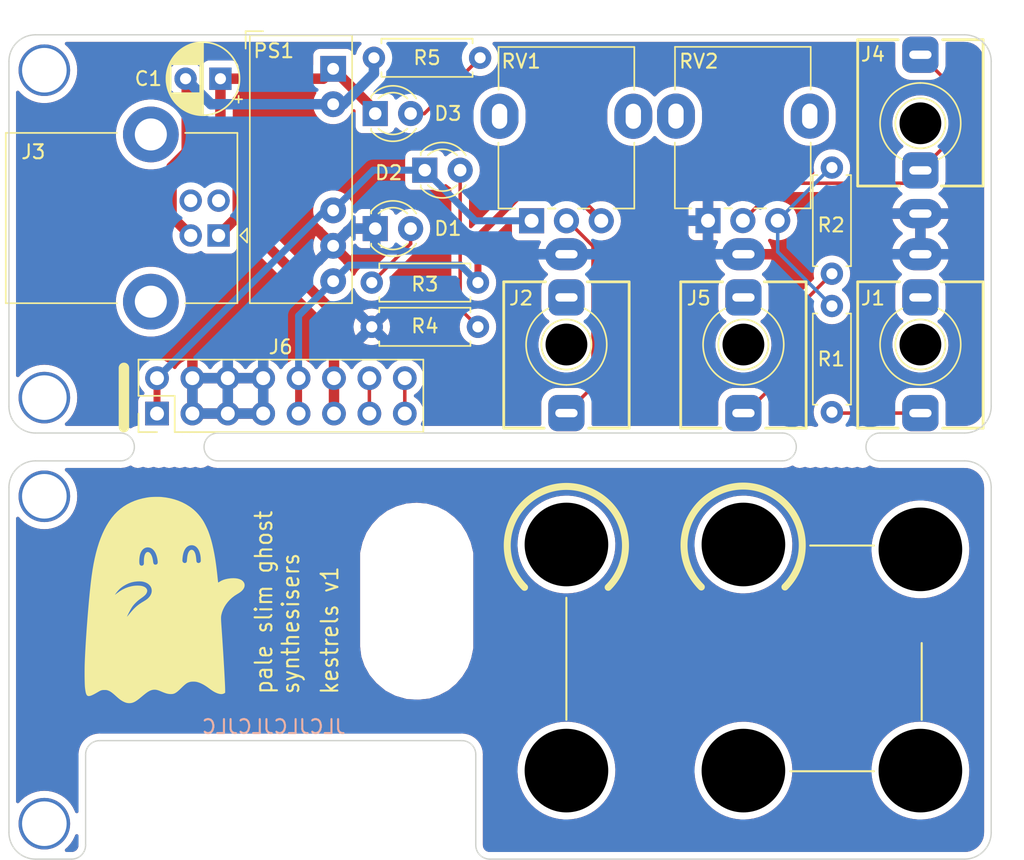
<source format=kicad_pcb>
(kicad_pcb (version 20211014) (generator pcbnew)
  (layers (0 "F.Cu" signal) (31 "B.Cu" signal) (34 "B.Paste" user) (35 "F.Paste" user) (36 "B.SilkS" user "B.Silkscreen") (37 "F.SilkS" user "F.Silkscreen") (38 "B.Mask" user) (39 "F.Mask" user) (44 "Edge.Cuts" user))
  (net 0 "")
  (net 1 "+5V")
  (net 2 "Earth")
  (net 4 "GND")
  (net 5 "Net-(J1-PadT)")
  (net 6 "Net-(J2-PadT)")
  (net 9 "Net-(J4-PadR)")
  (net 11 "-12V")
  (net 12 "+12V")
  (net 13 "CV")
  (net 14 "Gate")
  (net 15 "Net-(D1-Pad2)")
  (net 16 "Net-(D2-Pad2)")
  (net 17 "Net-(D3-Pad2)")
  (net 19 "Net-(J5-PadT)")
  (net 20 "Net-(R1-Pad2)")
  (footprint "Pale Slim Ghost:hole 6mm (jack panel)" (layer "F.Cu") (at 103.705 120.15)
    (fp_text reference "REF**" hide)
    (fp_text value "hole 6mm (jack panel)" hide)
    (pad "" np_thru_hole circle (at 0 0) (size 6 6) (drill 6) (layers *.Mask))
  )
  (footprint "Resistor_THT:R_Axial_DIN0207_L6.3mm_D2.5mm_P7.62mm_Horizontal" (layer "F.Cu") (at 110.055 84.495 90)
    (fp_text reference "R2" (at 3.495 -0.055 180) (layer "F.SilkS"))
    (fp_text value "100k")
    (pad "1" thru_hole circle locked (at 0 0 90) (size 1.6 1.6) (drill 0.8) (layers *.Cu *.Mask) (net 19 "Net-(J5-PadT)"))
    (pad "2" thru_hole oval locked (at 7.62 0 90) (size 1.6 1.6) (drill 0.8) (layers *.Cu *.Mask) (net 20 "Net-(R1-Pad2)"))
  )
  (footprint "Pale Slim Ghost:hole 6mm (jack panel)" (layer "F.Cu") (at 91.005 103.925)
    (fp_text reference "REF**" hide)
    (fp_text value "hole 6mm (jack panel)" hide)
    (pad "" np_thru_hole circle (at 0 0) (size 6 6) (drill 6) (layers *.Mask))
  )
  (footprint "AudioJacks:Jack_3.5mm_QingPu_WQP-PJ398SM_Vertical" (layer "F.Cu") (at 116.405 89.575 180)
    (fp_text reference "J1" (at 3.405 3.325) (layer "F.SilkS"))
    (fp_text value "AudioJack2_SwitchT")
    (pad "S" thru_hole oval (at 0 6.48 180) (size 3.1 2.3) (drill oval 1.6 0.6) (layers *.Cu *.Mask) (net 4 "GND"))
    (pad "T" thru_hole roundrect (at 0 -4.92 180) (size 2.6 2.6) (drill oval 1.6 0.6) (layers *.Cu *.Mask) (net 5 "Net-(J1-PadT)"))
    (pad "TN" thru_hole roundrect (at 0 3.38 180) (size 2.6 2.6) (drill oval 1.6 0.6) (layers *.Cu *.Mask))
  )
  (footprint "AudioJacks:Jack_3.5mm_QingPu_WQP-PJ398SM_Vertical" (layer "F.Cu") (at 103.705 89.575 180)
    (fp_text reference "J5" (at 3.205 3.325) (layer "F.SilkS"))
    (fp_text value "AudioJack2_SwitchT")
    (pad "S" thru_hole oval (at 0 6.48 180) (size 3.1 2.3) (drill oval 1.6 0.6) (layers *.Cu *.Mask) (net 4 "GND"))
    (pad "T" thru_hole roundrect (at 0 -4.92 180) (size 2.6 2.6) (drill oval 1.6 0.6) (layers *.Cu *.Mask) (net 19 "Net-(J5-PadT)"))
    (pad "TN" thru_hole roundrect (at 0 3.38 180) (size 2.6 2.6) (drill oval 1.6 0.6) (layers *.Cu *.Mask))
  )
  (footprint "LOGO" (layer "F.Cu") (at 53.5 109.5)
    (fp_text reference "G***" hide)
    (fp_text value "LOGO" hide)
  )
  (footprint "Potentiometer_THT:Potentiometer_Alpha_RD901F-40-00D_Single_Vertical" (layer "F.Cu") (at 88.505 80.695 90)
    (fp_text reference "RV1" (at 11.445 -0.755 180) (layer "F.SilkS"))
    (fp_text value "R_Potentiometer")
    (pad "" thru_hole oval locked (at 7.5 -2.3 180) (size 2.72 3.24) (drill oval 1.1 1.8) (layers *.Cu *.Mask))
    (pad "" thru_hole oval locked (at 7.5 7.3 180) (size 2.72 3.24) (drill oval 1.1 1.8) (layers *.Cu *.Mask))
    (pad "1" thru_hole rect locked (at 0 0 180) (size 1.8 1.8) (drill 1) (layers *.Cu *.Mask) (net 11 "-12V"))
    (pad "2" thru_hole circle locked (at 0 2.5 180) (size 1.8 1.8) (drill 1) (layers *.Cu *.Mask) (net 6 "Net-(J2-PadT)"))
    (pad "3" thru_hole circle locked (at 0 5 180) (size 1.8 1.8) (drill 1) (layers *.Cu *.Mask) (net 12 "+12V"))
  )
  (footprint "LED_THT:LED_D3.0mm" (layer "F.Cu") (at 80.84 77.064)
    (fp_text reference "D2" (at -2.59 0.186) (layer "F.SilkS"))
    (fp_text value "LED")
    (pad "1" thru_hole rect locked (at 0 0) (size 1.8 1.8) (drill 0.9) (layers *.Cu *.Mask) (net 11 "-12V"))
    (pad "2" thru_hole circle locked (at 2.54 0) (size 1.8 1.8) (drill 0.9) (layers *.Cu *.Mask) (net 16 "Net-(D2-Pad2)"))
  )
  (footprint "Resistor_THT:R_Axial_DIN0207_L6.3mm_D2.5mm_P7.62mm_Horizontal" (layer "F.Cu") (at 77.19 69)
    (fp_text reference "R5" (at 3.81 0) (layer "F.SilkS"))
    (fp_text value "R")
    (pad "1" thru_hole circle locked (at 0 0) (size 1.6 1.6) (drill 0.8) (layers *.Cu *.Mask) (net 2 "Earth"))
    (pad "2" thru_hole oval locked (at 7.62 0) (size 1.6 1.6) (drill 0.8) (layers *.Cu *.Mask) (net 17 "Net-(D3-Pad2)"))
  )
  (footprint "Pale Slim Ghost:hole 6mm (jack panel)" (layer "F.Cu") (at 103.705 103.925)
    (fp_text reference "REF**" hide)
    (fp_text value "hole 6mm (jack panel)" hide)
    (pad "" np_thru_hole circle (at 0 0) (size 6 6) (drill 6) (layers *.Mask))
  )
  (footprint "Pale Slim Ghost:hole 6mm (jack panel)" (layer "F.Cu") (at 91.005 120.15)
    (fp_text reference "REF**" hide)
    (fp_text value "hole 6mm (jack panel)" hide)
    (pad "" np_thru_hole circle (at 0 0) (size 6 6) (drill 6) (layers *.Mask))
  )
  (footprint "Connector_PinHeader_2.54mm:PinHeader_2x08_P2.54mm_Vertical" (layer "F.Cu") (at 61.625 94.528 90)
    (fp_text reference "J6" (at 4.778 8.875 180) (layer "F.SilkS"))
    (fp_text value "Conn_02x08_Odd_Even")
    (pad "1" thru_hole rect locked (at 0 0 90) (size 1.7 1.7) (drill 1) (layers *.Cu *.Mask) (net 11 "-12V"))
    (pad "2" thru_hole oval locked (at 2.54 0 90) (size 1.7 1.7) (drill 1) (layers *.Cu *.Mask) (net 11 "-12V"))
    (pad "3" thru_hole oval locked (at 0 2.54 90) (size 1.7 1.7) (drill 1) (layers *.Cu *.Mask) (net 4 "GND"))
    (pad "4" thru_hole oval locked (at 2.54 2.54 90) (size 1.7 1.7) (drill 1) (layers *.Cu *.Mask) (net 4 "GND"))
    (pad "5" thru_hole oval locked (at 0 5.08 90) (size 1.7 1.7) (drill 1) (layers *.Cu *.Mask) (net 4 "GND"))
    (pad "6" thru_hole oval locked (at 2.54 5.08 90) (size 1.7 1.7) (drill 1) (layers *.Cu *.Mask) (net 4 "GND"))
    (pad "7" thru_hole oval locked (at 0 7.62 90) (size 1.7 1.7) (drill 1) (layers *.Cu *.Mask) (net 4 "GND"))
    (pad "8" thru_hole oval locked (at 2.54 7.62 90) (size 1.7 1.7) (drill 1) (layers *.Cu *.Mask) (net 4 "GND"))
    (pad "9" thru_hole oval locked (at 0 10.16 90) (size 1.7 1.7) (drill 1) (layers *.Cu *.Mask) (net 12 "+12V"))
    (pad "10" thru_hole oval locked (at 2.54 10.16 90) (size 1.7 1.7) (drill 1) (layers *.Cu *.Mask) (net 12 "+12V"))
    (pad "11" thru_hole oval locked (at 0 12.7 90) (size 1.7 1.7) (drill 1) (layers *.Cu *.Mask) (net 1 "+5V"))
    (pad "12" thru_hole oval locked (at 2.54 12.7 90) (size 1.7 1.7) (drill 1) (layers *.Cu *.Mask) (net 1 "+5V"))
    (pad "13" thru_hole oval locked (at 0 15.24 90) (size 1.7 1.7) (drill 1) (layers *.Cu *.Mask) (net 13 "CV"))
    (pad "14" thru_hole oval locked (at 2.54 15.24 90) (size 1.7 1.7) (drill 1) (layers *.Cu *.Mask) (net 13 "CV"))
    (pad "15" thru_hole oval locked (at 0 17.78 90) (size 1.7 1.7) (drill 1) (layers *.Cu *.Mask) (net 14 "Gate"))
    (pad "16" thru_hole oval locked (at 2.54 17.78 90) (size 1.7 1.7) (drill 1) (layers *.Cu *.Mask) (net 14 "Gate"))
  )
  (footprint "Pale Slim Ghost:hole 6mm (jack panel)" (layer "F.Cu") (at 116.405 120.15 180)
    (fp_text reference "REF**" hide)
    (fp_text value "hole 6mm (jack panel)" hide)
    (pad "" np_thru_hole circle (at 0 0 180) (size 6 6) (drill 6) (layers *.Mask))
  )
  (footprint "LED_THT:LED_D3.0mm" (layer "F.Cu") (at 77.284 81.255)
    (fp_text reference "D1" (at 5.216 -0.005) (layer "F.SilkS"))
    (fp_text value "LED")
    (pad "1" thru_hole rect locked (at 0 0) (size 1.8 1.8) (drill 0.9) (layers *.Cu *.Mask) (net 4 "GND"))
    (pad "2" thru_hole circle locked (at 2.54 0) (size 1.8 1.8) (drill 0.9) (layers *.Cu *.Mask) (net 15 "Net-(D1-Pad2)"))
  )
  (footprint "Pale Slim Ghost:hole 3mm (below jack)" (layer "F.Cu") (at 116.405 89.575 180)
    (fp_text reference "REF**" hide)
    (fp_text value "hole 3mm (below jack)" hide)
    (pad "" np_thru_hole circle (at 0 0 180) (size 3 3) (drill 3) (layers *.Mask))
  )
  (footprint "LED_THT:LED_D3.0mm" (layer "F.Cu") (at 77.284 73)
    (fp_text reference "D3" (at 5.216 0) (layer "F.SilkS"))
    (fp_text value "LED")
    (pad "1" thru_hole rect locked (at 0 0) (size 1.8 1.8) (drill 0.9) (layers *.Cu *.Mask) (net 1 "+5V"))
    (pad "2" thru_hole circle locked (at 2.54 0) (size 1.8 1.8) (drill 0.9) (layers *.Cu *.Mask) (net 17 "Net-(D3-Pad2)"))
  )
  (footprint "Pale Slim Ghost:hole 3mm (below jack)" (layer "F.Cu") (at 116.405 73.7 180)
    (fp_text reference "REF**" hide)
    (fp_text value "hole 3mm (below jack)" hide)
    (pad "" np_thru_hole circle (at 0 0 180) (size 3 3) (drill 3) (layers *.Mask))
  )
  (footprint "Resistor_THT:R_Axial_DIN0207_L6.3mm_D2.5mm_P7.62mm_Horizontal" (layer "F.Cu") (at 84.655 85.13 180)
    (fp_text reference "R3" (at 3.81 -0.12) (layer "F.SilkS"))
    (fp_text value "R")
    (pad "1" thru_hole circle locked (at 0 0 180) (size 1.6 1.6) (drill 0.8) (layers *.Cu *.Mask) (net 12 "+12V"))
    (pad "2" thru_hole oval locked (at 7.62 0 180) (size 1.6 1.6) (drill 0.8) (layers *.Cu *.Mask) (net 15 "Net-(D1-Pad2)"))
  )
  (footprint "AudioJacks:Jack_3.5mm_QingPu_WQP-PJ366ST_Vertical" (layer "F.Cu") (at 116.405 73.7)
    (fp_text reference "J4" (at -3.405 -4.95) (layer "F.SilkS"))
    (fp_text value "AudioJack3")
    (pad "R" thru_hole roundrect (at 0 3.38) (size 2.6 2.6) (drill oval 1.6 0.6) (layers *.Cu *.Mask) (net 9 "Net-(J4-PadR)"))
    (pad "S" thru_hole oval (at 0 6.48) (size 3.1 2.1) (drill oval 1.6 0.6) (layers *.Cu *.Mask) (net 4 "GND"))
    (pad "T" thru_hole roundrect (at 0 -4.92) (size 2.6 2.6) (drill oval 1.6 0.6) (layers *.Cu *.Mask) (net 9 "Net-(J4-PadR)"))
  )
  (footprint "Pale Slim Ghost:hole 6mm (jack panel)" (layer "F.Cu") (at 116.405 104.275 180)
    (fp_text reference "REF**" hide)
    (fp_text value "hole 6mm (jack panel)" hide)
    (pad "" np_thru_hole circle (at 0 0 180) (size 6 6) (drill 6) (layers *.Mask))
  )
  (footprint "Resistor_THT:R_Axial_DIN0207_L6.3mm_D2.5mm_P7.62mm_Horizontal" (layer "F.Cu") (at 77.035 88.305)
    (fp_text reference "R4" (at 3.81 -0.055) (layer "F.SilkS"))
    (fp_text value "R")
    (pad "1" thru_hole circle locked (at 0 0) (size 1.6 1.6) (drill 0.8) (layers *.Cu *.Mask) (net 4 "GND"))
    (pad "2" thru_hole oval locked (at 7.62 0) (size 1.6 1.6) (drill 0.8) (layers *.Cu *.Mask) (net 16 "Net-(D2-Pad2)"))
  )
  (footprint "Pale Slim Ghost:hole 3mm (below jack)" (layer "F.Cu") (at 53.54 69.89)
    (fp_text reference "REF**" hide)
    (fp_text value "hole 3mm (below jack)" hide)
    (pad "" np_thru_hole circle (at 0 0) (size 3.7 3.7) (drill 3.2) (layers F&B.Cu *.Mask))
  )
  (footprint "Pale Slim Ghost:hole 3mm (below jack)" (layer "F.Cu") (at 53.54 100.465)
    (fp_text reference "REF**" hide)
    (fp_text value "hole 3mm (below jack)" hide)
    (pad "" np_thru_hole circle (at 0 0) (size 3.7 3.7) (drill 3.2) (layers F&B.Cu *.Mask))
  )
  (footprint "Pale Slim Ghost:hole 3mm (below jack)" (layer "F.Cu") (at 91.005 89.575)
    (fp_text reference "REF**" hide)
    (fp_text value "hole 3mm (below jack)" hide)
    (pad "" np_thru_hole circle (at 0 0) (size 3 3) (drill 3) (layers *.Mask))
  )
  (footprint "Pale Slim Ghost:hole 3mm (below jack)" (layer "F.Cu") (at 53.54 123.96)
    (fp_text reference "REF**" hide)
    (fp_text value "hole 3mm (below jack)" hide)
    (pad "" np_thru_hole circle (at 0 0) (size 3.7 3.7) (drill 3.2) (layers F&B.Cu *.Mask))
  )
  (footprint "Resistor_THT:R_Axial_DIN0207_L6.3mm_D2.5mm_P7.62mm_Horizontal" (layer "F.Cu") (at 110.055 94.43 90)
    (fp_text reference "R1" (at 3.81 -0.055 180) (layer "F.SilkS"))
    (fp_text value "100k")
    (pad "1" thru_hole circle locked (at 0 0 90) (size 1.6 1.6) (drill 0.8) (layers *.Cu *.Mask) (net 5 "Net-(J1-PadT)"))
    (pad "2" thru_hole oval locked (at 7.62 0 90) (size 1.6 1.6) (drill 0.8) (layers *.Cu *.Mask) (net 20 "Net-(R1-Pad2)"))
  )
  (footprint "LOGO" (layer "F.Cu") (at 62.25 108)
    (fp_text reference "G***" hide)
    (fp_text value "LOGO" hide)
  )
  (footprint "AudioJacks:Jack_3.5mm_QingPu_WQP-PJ398SM_Vertical" (layer "F.Cu") (at 91.005 89.575 180)
    (fp_text reference "J2" (at 3.255 3.325) (layer "F.SilkS"))
    (fp_text value "AudioJack2_SwitchT")
    (pad "S" thru_hole oval (at 0 6.48 180) (size 3.1 2.3) (drill oval 1.6 0.6) (layers *.Cu *.Mask) (net 4 "GND"))
    (pad "T" thru_hole roundrect (at 0 -4.92 180) (size 2.6 2.6) (drill oval 1.6 0.6) (layers *.Cu *.Mask) (net 6 "Net-(J2-PadT)"))
    (pad "TN" thru_hole roundrect (at 0 3.38 180) (size 2.6 2.6) (drill oval 1.6 0.6) (layers *.Cu *.Mask))
  )
  (footprint "Pale Slim Ghost:mousebite-2x5mm" (layer "F.Cu") (at 62.5 96.925)
    (fp_text reference "mouse-bite-2mm-slot" hide)
    (fp_text value "VAL**" hide)
    (fp_arc (start -3.5 -1) (mid -2.5 0) (end -3.5 1) (layer "Edge.Cuts") (width 0.1))
    (fp_arc (start 3.5 1) (mid 2.5 0) (end 3.5 -1) (layer "Edge.Cuts") (width 0.1))
    (pad "" np_thru_hole circle locked (at 0 0.75) (size 0.5 0.5) (drill 0.5) (layers *.Cu *.Mask))
    (pad "" np_thru_hole circle locked (at -1.5 0.75) (size 0.5 0.5) (drill 0.5) (layers *.Cu *.Mask))
    (pad "" np_thru_hole circle locked (at 2.25 0.75) (size 0.5 0.5) (drill 0.5) (layers *.Cu *.Mask))
    (pad "" np_thru_hole circle locked (at 1.5 0.75) (size 0.5 0.5) (drill 0.5) (layers *.Cu *.Mask))
    (pad "" np_thru_hole circle locked (at 2.25 -0.75) (size 0.5 0.5) (drill 0.5) (layers *.Cu *.Mask))
    (pad "" np_thru_hole circle locked (at -2.25 0.75) (size 0.5 0.5) (drill 0.5) (layers *.Cu *.Mask))
    (pad "" np_thru_hole circle locked (at 1.5 -0.75) (size 0.5 0.5) (drill 0.5) (layers *.Cu *.Mask))
    (pad "" np_thru_hole circle locked (at -0.75 0.75) (size 0.5 0.5) (drill 0.5) (layers *.Cu *.Mask))
    (pad "" np_thru_hole circle locked (at 0 -0.75) (size 0.5 0.5) (drill 0.5) (layers *.Cu *.Mask))
    (pad "" np_thru_hole circle locked (at -1.5 -0.75) (size 0.5 0.5) (drill 0.5) (layers *.Cu *.Mask))
    (pad "" np_thru_hole circle locked (at -2.25 -0.75) (size 0.5 0.5) (drill 0.5) (layers *.Cu *.Mask))
    (pad "" np_thru_hole circle locked (at 0.75 -0.75) (size 0.5 0.5) (drill 0.5) (layers *.Cu *.Mask))
    (pad "" np_thru_hole circle locked (at -0.75 -0.75) (size 0.5 0.5) (drill 0.5) (layers *.Cu *.Mask))
    (pad "" np_thru_hole circle locked (at 0.75 0.75) (size 0.5 0.5) (drill 0.5) (layers *.Cu *.Mask))
  )
  (footprint "Potentiometer_THT:Potentiometer_Alpha_RD901F-40-00D_Single_Vertical" (layer "F.Cu") (at 101.165 80.685 90)
    (fp_text reference "RV2" (at 11.435 -0.665 180) (layer "F.SilkS"))
    (fp_text value "R_Potentiometer")
    (pad "" thru_hole oval locked (at 7.5 7.3 180) (size 2.72 3.24) (drill oval 1.1 1.8) (layers *.Cu *.Mask))
    (pad "" thru_hole oval locked (at 7.5 -2.3 180) (size 2.72 3.24) (drill oval 1.1 1.8) (layers *.Cu *.Mask))
    (pad "1" thru_hole rect locked (at 0 0 180) (size 1.8 1.8) (drill 1) (layers *.Cu *.Mask) (net 4 "GND"))
    (pad "2" thru_hole circle locked (at 0 2.5 180) (size 1.8 1.8) (drill 1) (layers *.Cu *.Mask) (net 9 "Net-(J4-PadR)"))
    (pad "3" thru_hole circle locked (at 0 5 180) (size 1.8 1.8) (drill 1) (layers *.Cu *.Mask) (net 20 "Net-(R1-Pad2)"))
  )
  (footprint "Pale Slim Ghost:hole 3mm (below jack)" (layer "F.Cu") (at 103.705 89.575)
    (fp_text reference "REF**" hide)
    (fp_text value "hole 3mm (below jack)" hide)
    (pad "" np_thru_hole circle (at 0 0) (size 3 3) (drill 3) (layers *.Mask))
  )
  (footprint "Capacitor_THT:CP_Radial_D5.0mm_P2.50mm" (layer "F.Cu") (at 66.175113 70.5 180)
    (fp_text reference "C1" (at 5.175113 0) (layer "F.SilkS"))
    (fp_text value "47μ")
    (pad "1" thru_hole rect locked (at 0 0 180) (size 1.6 1.6) (drill 0.8) (layers *.Cu *.Mask) (net 1 "+5V"))
    (pad "2" thru_hole circle locked (at 2.5 0 180) (size 1.6 1.6) (drill 0.8) (layers *.Cu *.Mask) (net 2 "Earth"))
  )
  (footprint "Pale Slim Ghost:hole 3mm (below jack)" (layer "F.Cu") (at 53.54 93.385)
    (fp_text reference "REF**" hide)
    (fp_text value "hole 3mm (below jack)" hide)
    (pad "" np_thru_hole circle (at 0 0) (size 3.7 3.7) (drill 3.2) (layers F&B.Cu *.Mask))
  )
  (footprint "Pale Slim Ghost:mousebite-2x5mm" (layer "F.Cu") (at 110 96.925)
    (fp_text reference "mouse-bite-2mm-slot" hide)
    (fp_text value "VAL**" hide)
    (fp_arc (start -3.5 -1) (mid -2.5 0) (end -3.5 1) (layer "Edge.Cuts") (width 0.1))
    (fp_arc (start 3.5 1) (mid 2.5 0) (end 3.5 -1) (layer "Edge.Cuts") (width 0.1))
    (pad "" np_thru_hole circle locked (at -0.75 -0.75) (size 0.5 0.5) (drill 0.5) (layers *.Cu *.Mask))
    (pad "" np_thru_hole circle locked (at 1.5 0.75) (size 0.5 0.5) (drill 0.5) (layers *.Cu *.Mask))
    (pad "" np_thru_hole circle locked (at 2.25 -0.75) (size 0.5 0.5) (drill 0.5) (layers *.Cu *.Mask))
    (pad "" np_thru_hole circle locked (at 1.5 -0.75) (size 0.5 0.5) (drill 0.5) (layers *.Cu *.Mask))
    (pad "" np_thru_hole circle locked (at 2.25 0.75) (size 0.5 0.5) (drill 0.5) (layers *.Cu *.Mask))
    (pad "" np_thru_hole circle locked (at 0.75 -0.75) (size 0.5 0.5) (drill 0.5) (layers *.Cu *.Mask))
    (pad "" np_thru_hole circle locked (at -1.5 0.75) (size 0.5 0.5) (drill 0.5) (layers *.Cu *.Mask))
    (pad "" np_thru_hole circle locked (at -0.75 0.75) (size 0.5 0.5) (drill 0.5) (layers *.Cu *.Mask))
    (pad "" np_thru_hole circle locked (at -2.25 0.75) (size 0.5 0.5) (drill 0.5) (layers *.Cu *.Mask))
    (pad "" np_thru_hole circle locked (at -2.25 -0.75) (size 0.5 0.5) (drill 0.5) (layers *.Cu *.Mask))
    (pad "" np_thru_hole circle locked (at 0 -0.75) (size 0.5 0.5) (drill 0.5) (layers *.Cu *.Mask))
    (pad "" np_thru_hole circle locked (at 0 0.75) (size 0.5 0.5) (drill 0.5) (layers *.Cu *.Mask))
    (pad "" np_thru_hole circle locked (at -1.5 -0.75) (size 0.5 0.5) (drill 0.5) (layers *.Cu *.Mask))
    (pad "" np_thru_hole circle locked (at 0.75 0.75) (size 0.5 0.5) (drill 0.5) (layers *.Cu *.Mask))
  )
  (footprint "Connector_USB:USB_B_Lumberg_2411_02_Horizontal" (layer "F.Cu") (at 66.0425 81.75 180)
    (fp_text reference "J3" (at 13.2925 6) (layer "F.SilkS"))
    (fp_text value "USB_B")
    (pad "1" thru_hole rect locked (at 0 0 270) (size 1.6 1.6) (drill 0.95) (layers *.Cu *.Mask) (net 1 "+5V"))
    (pad "2" thru_hole circle locked (at 0 2.5 270) (size 1.6 1.6) (drill 0.95) (layers *.Cu *.Mask))
    (pad "3" thru_hole circle locked (at 2 2.5 270) (size 1.6 1.6) (drill 0.95) (layers *.Cu *.Mask))
    (pad "4" thru_hole circle locked (at 2 0 270) (size 1.6 1.6) (drill 0.95) (layers *.Cu *.Mask) (net 2 "Earth"))
    (pad "5" thru_hole circle locked (at 4.86 -4.75 270) (size 4 4) (drill 2.3) (layers *.Cu *.Mask))
    (pad "5" thru_hole circle locked (at 4.86 7.25 270) (size 4 4) (drill 2.3) (layers *.Cu *.Mask))
  )
  (footprint "Converter_DCDC:Converter_DCDC_XP_POWER-IHxxxxSH_THT" (layer "F.Cu") (at 74.265 69.79)
    (fp_text reference "PS1" (at -4.265 -1.29) (layer "F.SilkS"))
    (fp_text value "IH0512SH")
    (pad "1" thru_hole rect (at 0 0) (size 1.85 1.85) (drill 0.85) (layers *.Cu *.Mask) (net 1 "+5V"))
    (pad "2" thru_hole circle (at 0 2.54) (size 1.85 1.85) (drill 0.85) (layers *.Cu *.Mask) (net 2 "Earth"))
    (pad "4" thru_hole circle (at 0 10.16) (size 1.85 1.85) (drill 0.85) (layers *.Cu *.Mask) (net 11 "-12V"))
    (pad "5" thru_hole circle (at 0 12.7) (size 1.85 1.85) (drill 0.85) (layers *.Cu *.Mask) (net 4 "GND"))
    (pad "6" thru_hole circle (at 0 15.24) (size 1.85 1.85) (drill 0.85) (layers *.Cu *.Mask) (net 12 "+12V"))
  )
  (gr_line (start 108.5 104) (end 113.075245 104) (layer "F.SilkS") (width 0.15))
  (gr_line (start 91 107.75) (end 91 116.5) (layer "F.SilkS") (width 0.15))
  (gr_arc (start 100.685293 106.97556) (mid 103.685293 99.732919) (end 106.685293 106.97556) (layer "F.SilkS") (width 0.5))
  (gr_line (start 116.5 116.5) (end 116.5 111) (layer "F.SilkS") (width 0.15))
  (gr_line (start 59.25 91.25) (end 59.25 95.5) (layer "F.SilkS") (width 0.75))
  (gr_arc (start 88 107) (mid 91 99.757359) (end 94 107) (layer "F.SilkS") (width 0.5))
  (gr_line (start 107.075245 120.19522) (end 113.075245 120.19522) (layer "F.SilkS") (width 0.15))
  (gr_arc (start 56.5 125.5) (mid 56.207107 126.207107) (end 55.5 126.5) (layer "Edge.Cuts") (width 0.1))
  (gr_line (start 84.5 125.5) (end 84.5 119) (layer "Edge.Cuts") (width 0.1))
  (gr_arc (start 121.485 124.595) (mid 120.927038 125.942038) (end 119.58 126.5) (layer "Edge.Cuts") (width 0.1))
  (gr_line (start 119.58 126.5) (end 85.5 126.5) (layer "Edge.Cuts") (width 0.1))
  (gr_line (start 106.5 95.925) (end 66 95.925) (layer "Edge.Cuts") (width 0.1))
  (gr_arc (start 119.58 67.35) (mid 120.927038 67.907962) (end 121.485 69.255) (layer "Edge.Cuts") (width 0.1))
  (gr_arc (start 121.485 94.02) (mid 120.927038 95.367038) (end 119.58 95.925) (layer "Edge.Cuts") (width 0.1))
  (gr_line (start 113.5 95.925) (end 119.58 95.925) (layer "Edge.Cuts") (width 0.1))
  (gr_line (start 59 95.925) (end 52.905 95.925) (layer "Edge.Cuts") (width 0.1))
  (gr_line (start 56.5 125.5) (end 56.5 119) (layer "Edge.Cuts") (width 0.1))
  (gr_arc (start 83.5 118) (mid 84.207107 118.292893) (end 84.5 119) (layer "Edge.Cuts") (width 0.1))
  (gr_line (start 51 94.02) (end 51 69.255) (layer "Edge.Cuts") (width 0.1))
  (gr_arc (start 51 99.83) (mid 51.557962 98.482962) (end 52.905 97.925) (layer "Edge.Cuts") (width 0.1))
  (gr_line (start 113.5 97.925) (end 119.58 97.925) (layer "Edge.Cuts") (width 0.1))
  (gr_arc (start 56.5 119) (mid 56.792893 118.292893) (end 57.5 118) (layer "Edge.Cuts") (width 0.1))
  (gr_line (start 66 97.925) (end 106.5 97.925) (layer "Edge.Cuts") (width 0.1))
  (gr_arc (start 51 69.255) (mid 51.557962 67.907962) (end 52.905 67.35) (layer "Edge.Cuts") (width 0.1))
  (gr_arc (start 52.905 95.925) (mid 51.557962 95.367038) (end 51 94.02) (layer "Edge.Cuts") (width 0.1))
  (gr_line (start 52.905 97.925) (end 59 97.925) (layer "Edge.Cuts") (width 0.1))
  (gr_line (start 52.905 67.35) (end 119.58 67.35) (layer "Edge.Cuts") (width 0.1))
  (gr_line (start 52.905 126.5) (end 55.5 126.5) (layer "Edge.Cuts") (width 0.1))
  (gr_line (start 51 124.595) (end 51 99.83) (layer "Edge.Cuts") (width 0.1))
  (gr_arc (start 52.905 126.5) (mid 51.557962 125.942038) (end 51 124.595) (layer "Edge.Cuts") (width 0.1))
  (gr_line (start 121.485 69.255) (end 121.485 94.02) (layer "Edge.Cuts") (width 0.1))
  (gr_arc (start 119.58 97.925) (mid 120.927038 98.482962) (end 121.485 99.83) (layer "Edge.Cuts") (width 0.1))
  (gr_line (start 57.5 118) (end 83.5 118) (layer "Edge.Cuts") (width 0.1))
  (gr_line (start 121.485 99.83) (end 121.485 124.595) (layer "Edge.Cuts") (width 0.1))
  (gr_arc (start 85.5 126.5) (mid 84.792893 126.207107) (end 84.5 125.5) (layer "Edge.Cuts") (width 0.1))
  (gr_text "JLCJLCJLCJLC" (at 70 117) (layer "B.SilkS") (effects (font (size 1 1)) (justify mirror)))
  (gr_text "pale slim ghost\nsynthesisers\n" (at 70.25 114.75 90) (layer "F.SilkS") (effects (font (size 1.2 1.1)) (justify left)))
  (gr_text "kestrels v1" (at 74.017755 110.085639 90) (layer "F.SilkS") (effects (font (size 1.2 1.1))))
  (segment (start 73.555 70.5) (end 74.265 69.79) (width 0.75) (layer "F.Cu") (net 1))
  (segment (start 74.265 69.79) (end 77.284 72.809) (width 0.75) (layer "F.Cu") (net 1))
  (segment (start 66.175113 70.5) (end 73.555 70.5) (width 0.75) (layer "F.Cu") (net 1))
  (segment (start 74.325 91.988) (end 74.325 94.528) (width 0.75) (layer "F.Cu") (net 1))
  (segment (start 66.175113 70.5) (end 66.175113 75.675113) (width 0.75) (layer "F.Cu") (net 1))
  (segment (start 77.284 72.809) (end 77.284 73) (width 0.75) (layer "F.Cu") (net 1))
  (segment (start 67.417011 76.917011) (end 67.417011 80.375489) (width 0.75) (layer "F.Cu") (net 1))
  (segment (start 74.325 91.988) (end 74.325 87.283478) (width 0.75) (layer "F.Cu") (net 1))
  (segment (start 74.325 87.283478) (end 67.417011 80.375489) (width 0.75) (layer "F.Cu") (net 1))
  (segment (start 66.175113 75.675113) (end 67.417011 76.917011) (width 0.75) (layer "F.Cu") (net 1))
  (segment (start 67.417011 80.375489) (end 66.0425 81.75) (width 0.75) (layer "F.Cu") (net 1))
  (segment (start 64.0425 81.75) (end 62.667989 80.375489) (width 0.75) (layer "F.Cu") (net 2))
  (segment (start 63.757011 70.581898) (end 63.675113 70.5) (width 0.75) (layer "F.Cu") (net 2))
  (segment (start 62.667989 80.375489) (end 62.667989 76.832011) (width 0.75) (layer "F.Cu") (net 2))
  (segment (start 62.667989 76.832011) (end 63.757011 75.742989) (width 0.75) (layer "F.Cu") (net 2))
  (segment (start 63.757011 75.742989) (end 63.757011 70.581898) (width 0.75) (layer "F.Cu") (net 2))
  (segment (start 77.19 70.13137) (end 77.19 69) (width 0.75) (layer "B.Cu") (net 2))
  (segment (start 63.675113 70.5) (end 65.505113 72.33) (width 0.75) (layer "B.Cu") (net 2))
  (segment (start 74.265 72.33) (end 74.99137 72.33) (width 0.75) (layer "B.Cu") (net 2))
  (segment (start 74.99137 72.33) (end 77.19 70.13137) (width 0.75) (layer "B.Cu") (net 2))
  (segment (start 65.505113 72.33) (end 74.265 72.33) (width 0.75) (layer "B.Cu") (net 2))
  (segment (start 110.12 94.495) (end 110.055 94.43) (width 0.25) (layer "F.Cu") (net 5))
  (segment (start 116.405 94.495) (end 110.12 94.495) (width 0.25) (layer "F.Cu") (net 5))
  (segment (start 91.005 80.695) (end 91.090286 80.695) (width 0.25) (layer "F.Cu") (net 6))
  (segment (start 92.91 82.514714) (end 92.91 92.59) (width 0.25) (layer "F.Cu") (net 6))
  (segment (start 92.91 92.59) (end 91.005 94.495) (width 0.25) (layer "F.Cu") (net 6))
  (segment (start 91.090286 80.695) (end 92.91 82.514714) (width 0.25) (layer "F.Cu") (net 6))
  (segment (start 103.665 80.685) (end 106.350489 77.999511) (width 0.25) (layer "F.Cu") (net 9))
  (segment (start 118.945 74.54) (end 118.945 71.32) (width 0.25) (layer "F.Cu") (net 9))
  (segment (start 115.485489 77.999511) (end 116.405 77.08) (width 0.25) (layer "F.Cu") (net 9))
  (segment (start 118.945 71.32) (end 116.405 68.78) (width 0.25) (layer "F.Cu") (net 9))
  (segment (start 116.405 77.08) (end 118.945 74.54) (width 0.25) (layer "F.Cu") (net 9))
  (segment (start 106.350489 77.999511) (end 115.485489 77.999511) (width 0.25) (layer "F.Cu") (net 9))
  (segment (start 61.625 94.528) (end 61.625 91.988) (width 0.5) (layer "F.Cu") (net 11))
  (segment (start 61.625 91.988) (end 73.663 79.95) (width 0.5) (layer "B.Cu") (net 11))
  (segment (start 80.84 77.064) (end 84.471 80.695) (width 0.5) (layer "B.Cu") (net 11))
  (segment (start 84.471 80.695) (end 88.505 80.695) (width 0.5) (layer "B.Cu") (net 11))
  (segment (start 74.265 79.95) (end 77.151 77.064) (width 0.5) (layer "B.Cu") (net 11))
  (segment (start 77.151 77.064) (end 80.84 77.064) (width 0.5) (layer "B.Cu") (net 11))
  (segment (start 73.663 79.95) (end 74.265 79.95) (width 0.5) (layer "B.Cu") (net 11))
  (segment (start 84.655 81.845978) (end 87.500978 79) (width 0.5) (layer "F.Cu") (net 12))
  (segment (start 91.81 79) (end 93.505 80.695) (width 0.5) (layer "F.Cu") (net 12))
  (segment (start 71.785 94.528) (end 71.785 91.988) (width 0.5) (layer "F.Cu") (net 12))
  (segment (start 84.655 85.13) (end 84.655 81.845978) (width 0.5) (layer "F.Cu") (net 12))
  (segment (start 87.500978 79) (end 91.81 79) (width 0.5) (layer "F.Cu") (net 12))
  (segment (start 71.785 91.988) (end 71.785 87.51) (width 0.5) (layer "B.Cu") (net 12))
  (segment (start 71.785 87.51) (end 74.265 85.03) (width 0.5) (layer "B.Cu") (net 12))
  (segment (start 83.405489 83.880489) (end 84.655 85.13) (width 0.5) (layer "B.Cu") (net 12))
  (segment (start 74.265 85.03) (end 75.414511 83.880489) (width 0.5) (layer "B.Cu") (net 12))
  (segment (start 75.414511 83.880489) (end 83.405489 83.880489) (width 0.5) (layer "B.Cu") (net 12))
  (segment (start 76.865 94.528) (end 76.865 91.988) (width 0.25) (layer "F.Cu") (net 13))
  (segment (start 79.405 94.528) (end 79.405 91.988) (width 0.25) (layer "F.Cu") (net 14))
  (segment (start 77.035 85.13) (end 79.824 82.341) (width 0.25) (layer "F.Cu") (net 15))
  (segment (start 79.824 82.341) (end 79.824 81.255) (width 0.25) (layer "F.Cu") (net 15))
  (segment (start 83.38 87.03) (end 84.655 88.305) (width 0.25) (layer "F.Cu") (net 16))
  (segment (start 83.38 77.064) (end 83.38 87.03) (width 0.25) (layer "F.Cu") (net 16))
  (segment (start 80.81 73) (end 84.81 69) (width 0.25) (layer "F.Cu") (net 17))
  (segment (start 79.824 73) (end 80.81 73) (width 0.25) (layer "F.Cu") (net 17))
  (segment (start 103.865 94.495) (end 107.515 90.845) (width 0.25) (layer "F.Cu") (net 19))
  (segment (start 107.515 90.845) (end 107.515 87.035) (width 0.25) (layer "F.Cu") (net 19))
  (segment (start 103.705 94.495) (end 103.865 94.495) (width 0.25) (layer "F.Cu") (net 19))
  (segment (start 107.515 87.035) (end 110.055 84.495) (width 0.25) (layer "F.Cu") (net 19))
  (segment (start 109.975 76.875) (end 110.055 76.875) (width 0.25) (layer "B.Cu") (net 20))
  (segment (start 110.055 86.81) (end 106.165 82.92) (width 0.25) (layer "B.Cu") (net 20))
  (segment (start 106.165 82.92) (end 106.165 80.685) (width 0.25) (layer "B.Cu") (net 20))
  (segment (start 106.165 80.685) (end 109.975 76.875) (width 0.25) (layer "B.Cu") (net 20))
  (zone (net 0) (net_name "") (layers F&B.Cu) (connect_pads (clearance 0)) (min_thickness 0.254)
    (keepout (tracks allowed) (vias allowed) (pads allowed) (copperpour not_allowed) (footprints allowed))
    (fill (thermal_gap 0.508) (thermal_bridge_width 0.508))
    (polygon (pts (xy 80.991555 100.987697) (xy 81.730786 101.197487) (xy 82.392943 101.531001) (xy 82.969033 101.971265) (xy 83.451449 102.472416) (xy 83.843116 103.099052) (xy 84.135264 103.765106) (xy 84.324 104.521) (xy 84.324 111.379) (xy 84.170972 112.091976) (xy 83.929445 112.765374) (xy 83.538678 113.398417) (xy 83.084363 113.92767) (xy 82.531691 114.386669) (xy 81.890367 114.73) (xy 81.163576 114.981718) (xy 80.387 115.062) (xy 79.552398 115.019188) (xy 78.737441 114.785005) (xy 78.016158 114.410312) (xy 77.362918 113.860301) (xy 76.882712 113.295601) (xy 76.510493 112.628499) (xy 76.284478 111.97095) (xy 76.196 111.252) (xy 76.196 104.521) (xy 76.368784 103.765106) (xy 76.651452 103.070988) (xy 77.057282 102.4771) (xy 77.553749 101.947847) (xy 78.139207 101.502899) (xy 78.805935 101.183474) (xy 79.52557 100.978329) (xy 80.260904 100.922126)))
  )
  (zone (net 4) (net_name "GND") (layers F&B.Cu) (connect_pads (clearance 0.508)) (min_thickness 0.254) (fill yes (thermal_gap 0.508) (thermal_bridge_width 0.75))
    (polygon (pts (xy 121.485 95.925) (xy 51 95.925) (xy 51 67.35) (xy 121.485 67.35)))
  )
  (zone (net 0) (net_name "") (layers F&B.Cu) (connect_pads (clearance 0.508)) (min_thickness 0.254) (fill yes (thermal_gap 0.508) (thermal_bridge_width 0.75))
    (polygon (pts (xy 121.485 126.575) (xy 51 126.575) (xy 51 98) (xy 121.485 98)))
  )
)
</source>
